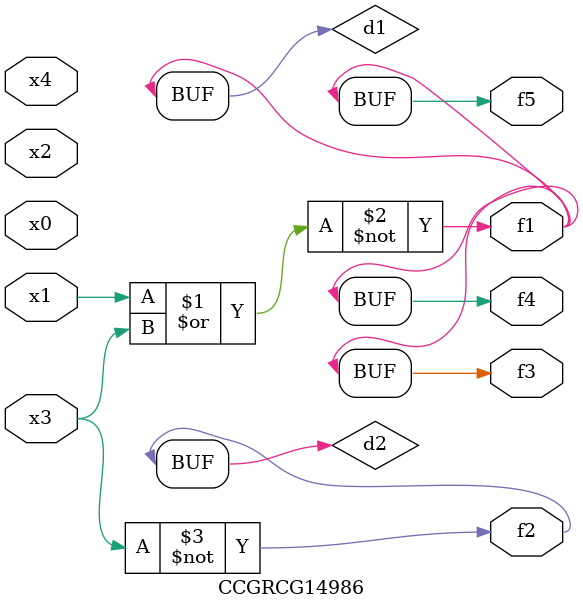
<source format=v>
module CCGRCG14986(
	input x0, x1, x2, x3, x4,
	output f1, f2, f3, f4, f5
);

	wire d1, d2;

	nor (d1, x1, x3);
	not (d2, x3);
	assign f1 = d1;
	assign f2 = d2;
	assign f3 = d1;
	assign f4 = d1;
	assign f5 = d1;
endmodule

</source>
